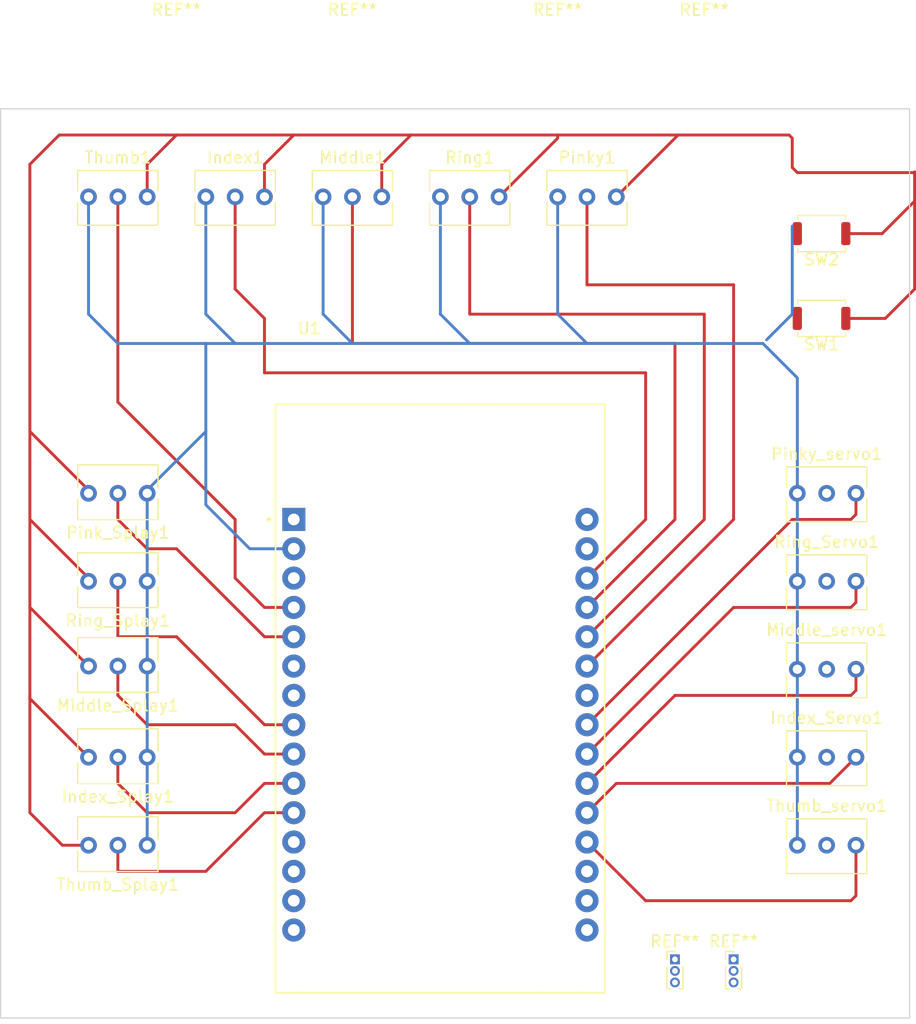
<source format=kicad_pcb>
(kicad_pcb (version 20211014) (generator pcbnew)
  (layers (0 "F.Cu" signal) (31 "B.Cu" signal) (34 "B.Paste" user) (35 "F.Paste" user) (36 "B.SilkS" user "B.Silkscreen") (37 "F.SilkS" user "F.Silkscreen") (38 "B.Mask" user) (39 "F.Mask" user) (44 "Edge.Cuts" user))
  (net 0 "")
  (net 1 "Net-(Index1-Pad1)")
  (net 2 "Net-(Index1-Pad2)")
  (net 3 "GND")
  (net 4 "Net-(Index_Splay1-Pad2)")
  (net 5 "Net-(Index_Servo1-Pad1)")
  (net 6 "Net-(Pinky_servo1-Pad2)")
  (net 7 "Net-(Pinky_servo1-Pad1)")
  (net 8 "Net-(Ring_Servo1-Pad1)")
  (net 9 "Net-(Thumb_servo1-Pad1)")
  (net 10 "Net-(Middle1-Pad2)")
  (net 11 "Net-(Middle_Splay1-Pad2)")
  (net 12 "Net-(Pinky1-Pad2)")
  (net 13 "Net-(Pink_Splay1-Pad2)")
  (net 14 "Net-(Ring1-Pad2)")
  (net 15 "Net-(U1-Pad8)")
  (net 16 "Net-(Thumb1-Pad2)")
  (net 17 "Net-(Thumb_Splay1-Pad2)")
  (net 30 "Net-(U1-Pad21)")
  (footprint "Potentiometer_THT:Potentiometer_Bourns_3266Y_Vertical" (layer "F.Cu") (at 106.68 109.495 180)
    (fp_text reference "Index_Splay1" (at -2.54 -3.41 180) (layer "F.SilkS"))
    (fp_text value "10k Potentiometer")
    (fp_line (start 0.935 0.496) (end 0.935 2.46) (layer "F.SilkS") (width 0.12))
    (fp_line (start 0.935 -2.28) (end 0.935 -0.494) (layer "F.SilkS") (width 0.12))
    (fp_line (start -6.015 -2.28) (end -6.015 -0.494) (layer "F.SilkS") (width 0.12))
    (fp_line (start -6.015 -2.28) (end 0.935 -2.28) (layer "F.SilkS") (width 0.12))
    (fp_line (start -6.015 2.46) (end 0.935 2.46) (layer "F.SilkS") (width 0.12))
    (fp_line (start -6.015 0.496) (end -6.015 2.46) (layer "F.SilkS") (width 0.12))
    (pad "1" thru_hole circle (at 0 0 180) (size 1.44 1.44) (drill 0.8) (layers *.Cu *.Mask) (net 1 "Net-(Index1-Pad1)"))
    (pad "2" thru_hole circle (at -2.54 0 180) (size 1.44 1.44) (drill 0.8) (layers *.Cu *.Mask) (net 4 "Net-(Index_Splay1-Pad2)"))
    (pad "3" thru_hole circle (at -5.08 0 180) (size 1.44 1.44) (drill 0.8) (layers *.Cu *.Mask) (net 3 "GND"))
  )
  (footprint "Potentiometer_THT:Potentiometer_Bourns_3266Y_Vertical" (layer "F.Cu") (at 106.68 94.255 180)
    (fp_text reference "Ring_Splay1" (at -2.54 -3.41) (layer "F.SilkS"))
    (fp_text value "10k Potentiometer")
    (fp_line (start 0.935 -2.28) (end 0.935 -0.494) (layer "F.SilkS") (width 0.12))
    (fp_line (start -6.015 0.496) (end -6.015 2.46) (layer "F.SilkS") (width 0.12))
    (fp_line (start -6.015 2.46) (end 0.935 2.46) (layer "F.SilkS") (width 0.12))
    (fp_line (start -6.015 -2.28) (end 0.935 -2.28) (layer "F.SilkS") (width 0.12))
    (fp_line (start -6.015 -2.28) (end -6.015 -0.494) (layer "F.SilkS") (width 0.12))
    (fp_line (start 0.935 0.496) (end 0.935 2.46) (layer "F.SilkS") (width 0.12))
    (pad "1" thru_hole circle (at 0 0 180) (size 1.44 1.44) (drill 0.8) (layers *.Cu *.Mask) (net 1 "Net-(Index1-Pad1)"))
    (pad "2" thru_hole circle (at -2.54 0 180) (size 1.44 1.44) (drill 0.8) (layers *.Cu *.Mask) (net 15 "Net-(U1-Pad8)"))
    (pad "3" thru_hole circle (at -5.08 0 180) (size 1.44 1.44) (drill 0.8) (layers *.Cu *.Mask) (net 3 "GND"))
  )
  (footprint "Potentiometer_THT:Potentiometer_Bourns_3266Y_Vertical" (layer "F.Cu") (at 173.16 117.115)
    (fp_text reference "Thumb_servo1" (at -2.54 -3.41) (layer "F.SilkS"))
    (fp_text value "Motor_Servo")
    (fp_line (start -6.015 -2.28) (end 0.935 -2.28) (layer "F.SilkS") (width 0.12))
    (fp_line (start -6.015 0.496) (end -6.015 2.46) (layer "F.SilkS") (width 0.12))
    (fp_line (start 0.935 0.496) (end 0.935 2.46) (layer "F.SilkS") (width 0.12))
    (fp_line (start -6.015 -2.28) (end -6.015 -0.494) (layer "F.SilkS") (width 0.12))
    (fp_line (start -6.015 2.46) (end 0.935 2.46) (layer "F.SilkS") (width 0.12))
    (fp_line (start 0.935 -2.28) (end 0.935 -0.494) (layer "F.SilkS") (width 0.12))
    (pad "1" thru_hole circle (at 0 0) (size 1.44 1.44) (drill 0.8) (layers *.Cu *.Mask) (net 9 "Net-(Thumb_servo1-Pad1)"))
    (pad "2" thru_hole circle (at -2.54 0) (size 1.44 1.44) (drill 0.8) (layers *.Cu *.Mask) (net 6 "Net-(Pinky_servo1-Pad2)"))
    (pad "3" thru_hole circle (at -5.08 0) (size 1.44 1.44) (drill 0.8) (layers *.Cu *.Mask) (net 3 "GND"))
  )
  (footprint "MountingHole:MountingHole_2.5mm" (layer "F.Cu") (at 160.02 48.26)
    (fp_text reference "REF**" (at 0 -3.5) (layer "F.SilkS"))
    (fp_text value "MountingHole_2.5mm")
    (pad "" np_thru_hole circle (at 0 0) (size 2.5 2.5) (drill 2.5) (layers *.Cu *.Mask))
  )
  (footprint "Potentiometer_THT:Potentiometer_Bourns_3266Y_Vertical" (layer "F.Cu") (at 173.16 86.635)
    (fp_text reference "Pinky_servo1" (at -2.54 -3.41) (layer "F.SilkS"))
    (fp_text value "Motor_Servo")
    (fp_line (start -6.015 0.496) (end -6.015 2.46) (layer "F.SilkS") (width 0.12))
    (fp_line (start 0.935 0.496) (end 0.935 2.46) (layer "F.SilkS") (width 0.12))
    (fp_line (start -6.015 2.46) (end 0.935 2.46) (layer "F.SilkS") (width 0.12))
    (fp_line (start 0.935 -2.28) (end 0.935 -0.494) (layer "F.SilkS") (width 0.12))
    (fp_line (start -6.015 -2.28) (end 0.935 -2.28) (layer "F.SilkS") (width 0.12))
    (fp_line (start -6.015 -2.28) (end -6.015 -0.494) (layer "F.SilkS") (width 0.12))
    (pad "1" thru_hole circle (at 0 0) (size 1.44 1.44) (drill 0.8) (layers *.Cu *.Mask) (net 7 "Net-(Pinky_servo1-Pad1)"))
    (pad "2" thru_hole circle (at -2.54 0) (size 1.44 1.44) (drill 0.8) (layers *.Cu *.Mask) (net 6 "Net-(Pinky_servo1-Pad2)"))
    (pad "3" thru_hole circle (at -5.08 0) (size 1.44 1.44) (drill 0.8) (layers *.Cu *.Mask) (net 3 "GND"))
  )
  (footprint "MountingHole:MountingHole_2.5mm" (layer "F.Cu") (at 114.3 48.26)
    (fp_text reference "REF**" (at 0 -3.5) (layer "F.SilkS"))
    (fp_text value "MountingHole_2.5mm")
    (pad "" np_thru_hole circle (at 0 0) (size 2.5 2.5) (drill 2.5) (layers *.Cu *.Mask))
  )
  (footprint "Potentiometer_THT:Potentiometer_Bourns_3266Y_Vertical" (layer "F.Cu") (at 152.4 60.96)
    (fp_text reference "Pinky1" (at -2.54 -3.41) (layer "F.SilkS"))
    (fp_text value "10k Potentiometer")
    (fp_line (start -6.015 -2.28) (end 0.935 -2.28) (layer "F.SilkS") (width 0.12))
    (fp_line (start -6.015 2.46) (end 0.935 2.46) (layer "F.SilkS") (width 0.12))
    (fp_line (start 0.935 0.496) (end 0.935 2.46) (layer "F.SilkS") (width 0.12))
    (fp_line (start -6.015 0.496) (end -6.015 2.46) (layer "F.SilkS") (width 0.12))
    (fp_line (start -6.015 -2.28) (end -6.015 -0.494) (layer "F.SilkS") (width 0.12))
    (fp_line (start 0.935 -2.28) (end 0.935 -0.494) (layer "F.SilkS") (width 0.12))
    (pad "1" thru_hole circle (at 0 0) (size 1.44 1.44) (drill 0.8) (layers *.Cu *.Mask) (net 1 "Net-(Index1-Pad1)"))
    (pad "2" thru_hole circle (at -2.54 0) (size 1.44 1.44) (drill 0.8) (layers *.Cu *.Mask) (net 12 "Net-(Pinky1-Pad2)"))
    (pad "3" thru_hole circle (at -5.08 0) (size 1.44 1.44) (drill 0.8) (layers *.Cu *.Mask) (net 3 "GND"))
  )
  (footprint "Potentiometer_THT:Potentiometer_Bourns_3266Y_Vertical" (layer "F.Cu") (at 106.68 101.6 180)
    (fp_text reference "Middle_Splay1" (at -2.54 -3.41) (layer "F.SilkS"))
    (fp_text value "10k Potentiometer")
    (fp_line (start 0.935 0.496) (end 0.935 2.46) (layer "F.SilkS") (width 0.12))
    (fp_line (start -6.015 -2.28) (end 0.935 -2.28) (layer "F.SilkS") (width 0.12))
    (fp_line (start -6.015 0.496) (end -6.015 2.46) (layer "F.SilkS") (width 0.12))
    (fp_line (start -6.015 -2.28) (end -6.015 -0.494) (layer "F.SilkS") (width 0.12))
    (fp_line (start 0.935 -2.28) (end 0.935 -0.494) (layer "F.SilkS") (width 0.12))
    (fp_line (start -6.015 2.46) (end 0.935 2.46) (layer "F.SilkS") (width 0.12))
    (pad "1" thru_hole circle (at 0 0 180) (size 1.44 1.44) (drill 0.8) (layers *.Cu *.Mask) (net 1 "Net-(Index1-Pad1)"))
    (pad "2" thru_hole circle (at -2.54 0 180) (size 1.44 1.44) (drill 0.8) (layers *.Cu *.Mask) (net 11 "Net-(Middle_Splay1-Pad2)"))
    (pad "3" thru_hole circle (at -5.08 0 180) (size 1.44 1.44) (drill 0.8) (layers *.Cu *.Mask) (net 3 "GND"))
  )
  (footprint "Connector_PinHeader_1.00mm:PinHeader_1x03_P1.00mm_Vertical" (layer "F.Cu") (at 162.56 127)
    (fp_text reference "REF**" (at 0 -1.56) (layer "F.SilkS"))
    (fp_text value "PinHeader_1x03_P1.00mm_Vertical")
    (fp_line (start -0.695 2.56) (end -0.394493 2.56) (layer "F.SilkS") (width 0.12))
    (fp_line (start -0.695 -0.685) (end 0 -0.685) (layer "F.SilkS") (width 0.12))
    (fp_line (start 0.394493 2.56) (end 0.695 2.56) (layer "F.SilkS") (width 0.12))
    (fp_line (start 0.695 0.685) (end 0.695 2.56) (layer "F.SilkS") (width 0.12))
    (fp_line (start 0.608276 0.685) (end 0.695 0.685) (layer "F.SilkS") (width 0.12))
    (fp_line (start -0.695 0) (end -0.695 -0.685) (layer "F.SilkS") (width 0.12))
    (fp_line (start -0.695 0.685) (end -0.695 2.56) (layer "F.SilkS") (width 0.12))
    (fp_line (start -0.695 0.685) (end -0.608276 0.685) (layer "F.SilkS") (width 0.12))
    (pad "1" thru_hole rect (at 0 0) (size 0.85 0.85) (drill 0.5) (layers *.Cu *.Mask))
    (pad "2" thru_hole oval (at 0 1) (size 0.85 0.85) (drill 0.5) (layers *.Cu *.Mask))
    (pad "3" thru_hole oval (at 0 2) (size 0.85 0.85) (drill 0.5) (layers *.Cu *.Mask))
  )
  (footprint "Potentiometer_THT:Potentiometer_Bourns_3266Y_Vertical" (layer "F.Cu") (at 173.16 109.495)
    (fp_text reference "Index_Servo1" (at -2.54 -3.41) (layer "F.SilkS"))
    (fp_text value "Motor_Servo")
    (fp_line (start -6.015 -2.28) (end -6.015 -0.494) (layer "F.SilkS") (width 0.12))
    (fp_line (start -6.015 0.496) (end -6.015 2.46) (layer "F.SilkS") (width 0.12))
    (fp_line (start -6.015 -2.28) (end 0.935 -2.28) (layer "F.SilkS") (width 0.12))
    (fp_line (start 0.935 -2.28) (end 0.935 -0.494) (layer "F.SilkS") (width 0.12))
    (fp_line (start 0.935 0.496) (end 0.935 2.46) (layer "F.SilkS") (width 0.12))
    (fp_line (start -6.015 2.46) (end 0.935 2.46) (layer "F.SilkS") (width 0.12))
    (pad "1" thru_hole circle (at 0 0) (size 1.44 1.44) (drill 0.8) (layers *.Cu *.Mask) (net 5 "Net-(Index_Servo1-Pad1)"))
    (pad "2" thru_hole circle (at -2.54 0) (size 1.44 1.44) (drill 0.8) (layers *.Cu *.Mask) (net 6 "Net-(Pinky_servo1-Pad2)"))
    (pad "3" thru_hole circle (at -5.08 0) (size 1.44 1.44) (drill 0.8) (layers *.Cu *.Mask) (net 3 "GND"))
  )
  (footprint "Potentiometer_THT:Potentiometer_Bourns_3266Y_Vertical" (layer "F.Cu") (at 173.16 101.875)
    (fp_text reference "Middle_servo1" (at -2.54 -3.41) (layer "F.SilkS"))
    (fp_text value "Motor_Servo")
    (fp_line (start 0.935 0.496) (end 0.935 2.46) (layer "F.SilkS") (width 0.12))
    (fp_line (start -6.015 -2.28) (end -6.015 -0.494) (layer "F.SilkS") (width 0.12))
    (fp_line (start 0.935 -2.28) (end 0.935 -0.494) (layer "F.SilkS") (width 0.12))
    (fp_line (start -6.015 -2.28) (end 0.935 -2.28) (layer "F.SilkS") (width 0.12))
    (fp_line (start -6.015 0.496) (end -6.015 2.46) (layer "F.SilkS") (width 0.12))
    (fp_line (start -6.015 2.46) (end 0.935 2.46) (layer "F.SilkS") (width 0.12))
    (pad "1" thru_hole circle (at 0 0) (size 1.44 1.44) (drill 0.8) (layers *.Cu *.Mask) (net 30 "Net-(U1-Pad21)"))
    (pad "2" thru_hole circle (at -2.54 0) (size 1.44 1.44) (drill 0.8) (layers *.Cu *.Mask) (net 6 "Net-(Pinky_servo1-Pad2)"))
    (pad "3" thru_hole circle (at -5.08 0) (size 1.44 1.44) (drill 0.8) (layers *.Cu *.Mask) (net 3 "GND"))
  )
  (footprint "MountingHole:MountingHole_2.5mm" (layer "F.Cu") (at 147.32 48.26)
    (fp_text reference "REF**" (at 0 -3.5) (layer "F.SilkS"))
    (fp_text value "MountingHole_2.5mm")
    (pad "" np_thru_hole circle (at 0 0) (size 2.5 2.5) (drill 2.5) (layers *.Cu *.Mask))
  )
  (footprint "Button_Switch_SMD:SW_Push_SPST_NO_Alps_SKRK" (layer "F.Cu") (at 170.18 64.145 180)
    (fp_text reference "SW2" (at 0 -2.25) (layer "F.SilkS"))
    (fp_text value "SW_Push")
    (fp_line (start 2.07 -1.57) (end 2.07 -1.27) (layer "F.SilkS") (width 0.12))
    (fp_line (start 2.07 1.27) (end 2.07 1.57) (layer "F.SilkS") (width 0.12))
    (fp_line (start -2.07 -1.57) (end 2.07 -1.57) (layer "F.SilkS") (width 0.12))
    (fp_line (start 2.07 1.57) (end -2.07 1.57) (layer "F.SilkS") (width 0.12))
    (fp_line (start -2.07 1.57) (end -2.07 1.27) (layer "F.SilkS") (width 0.12))
    (fp_line (start -2.07 -1.27) (end -2.07 -1.57) (layer "F.SilkS") (width 0.12))
    (pad "1" smd roundrect (at -2.1 0 180) (size 0.8 2) (layers "F.Cu" "F.Paste" "F.Mask") (net 1 "Net-(Index1-Pad1)"))
    (pad "2" smd roundrect (at 2.1 0 180) (size 0.8 2) (layers "F.Cu" "F.Paste" "F.Mask") (net 3 "GND"))
  )
  (footprint "Potentiometer_THT:Potentiometer_Bourns_3266Y_Vertical" (layer "F.Cu") (at 132.08 60.96)
    (fp_text reference "Middle1" (at -2.54 -3.41) (layer "F.SilkS"))
    (fp_text value "10k Potentiometer")
    (fp_line (start 0.935 -2.28) (end 0.935 -0.494) (layer "F.SilkS") (width 0.12))
    (fp_line (start -6.015 2.46) (end 0.935 2.46) (layer "F.SilkS") (width 0.12))
    (fp_line (start -6.015 -2.28) (end -6.015 -0.494) (layer "F.SilkS") (width 0.12))
    (fp_line (start -6.015 -2.28) (end 0.935 -2.28) (layer "F.SilkS") (width 0.12))
    (fp_line (start -6.015 0.496) (end -6.015 2.46) (layer "F.SilkS") (width 0.12))
    (fp_line (start 0.935 0.496) (end 0.935 2.46) (layer "F.SilkS") (width 0.12))
    (pad "1" thru_hole circle (at 0 0) (size 1.44 1.44) (drill 0.8) (layers *.Cu *.Mask) (net 1 "Net-(Index1-Pad1)"))
    (pad "2" thru_hole circle (at -2.54 0) (size 1.44 1.44) (drill 0.8) (layers *.Cu *.Mask) (net 10 "Net-(Middle1-Pad2)"))
    (pad "3" thru_hole circle (at -5.08 0) (size 1.44 1.44) (drill 0.8) (layers *.Cu *.Mask) (net 3 "GND"))
  )
  (footprint "Connector_PinHeader_1.00mm:PinHeader_1x03_P1.00mm_Vertical" (layer "F.Cu") (at 157.48 127)
    (fp_text reference "REF**" (at 0 -1.56) (layer "F.SilkS"))
    (fp_text value "PinHeader_1x03_P1.00mm_Vertical")
    (fp_line (start -0.695 0) (end -0.695 -0.685) (layer "F.SilkS") (width 0.12))
    (fp_line (start -0.695 2.56) (end -0.394493 2.56) (layer "F.SilkS") (width 0.12))
    (fp_line (start 0.608276 0.685) (end 0.695 0.685) (layer "F.SilkS") (width 0.12))
    (fp_line (start 0.695 0.685) (end 0.695 2.56) (layer "F.SilkS") (width 0.12))
    (fp_line (start -0.695 0.685) (end -0.608276 0.685) (layer "F.SilkS") (width 0.12))
    (fp_line (start 0.394493 2.56) (end 0.695 2.56) (layer "F.SilkS") (width 0.12))
    (fp_line (start -0.695 0.685) (end -0.695 2.56) (layer "F.SilkS") (width 0.12))
    (fp_line (start -0.695 -0.685) (end 0 -0.685) (layer "F.SilkS") (width 0.12))
    (pad "1" thru_hole rect (at 0 0) (size 0.85 0.85) (drill 0.5) (layers *.Cu *.Mask))
    (pad "2" thru_hole oval (at 0 1) (size 0.85 0.85) (drill 0.5) (layers *.Cu *.Mask))
    (pad "3" thru_hole oval (at 0 2) (size 0.85 0.85) (drill 0.5) (layers *.Cu *.Mask))
  )
  (footprint "Potentiometer_THT:Potentiometer_Bourns_3266Y_Vertical" (layer "F.Cu") (at 106.68 117.115 180)
    (fp_text reference "Thumb_Splay1" (at -2.54 -3.41) (layer "F.SilkS"))
    (fp_text value "10k Potentiometer")
    (fp_line (start -6.015 -2.28) (end 0.935 -2.28) (layer "F.SilkS") (width 0.12))
    (fp_line (start 0.935 -2.28) (end 0.935 -0.494) (layer "F.SilkS") (width 0.12))
    (fp_line (start -6.015 -2.28) (end -6.015 -0.494) (layer "F.SilkS") (width 0.12))
    (fp_line (start -6.015 0.496) (end -6.015 2.46) (layer "F.SilkS") (width 0.12))
    (fp_line (start -6.015 2.46) (end 0.935 2.46) (layer "F.SilkS") (width 0.12))
    (fp_line (start 0.935 0.496) (end 0.935 2.46) (layer "F.SilkS") (width 0.12))
    (pad "1" thru_hole circle (at 0 0 180) (size 1.44 1.44) (drill 0.8) (layers *.Cu *.Mask) (net 1 "Net-(Index1-Pad1)"))
    (pad "2" thru_hole circle (at -2.54 0 180) (size 1.44 1.44) (drill 0.8) (layers *.Cu *.Mask) (net 17 "Net-(Thumb_Splay1-Pad2)"))
    (pad "3" thru_hole circle (at -5.08 0 180) (size 1.44 1.44) (drill 0.8) (layers *.Cu *.Mask) (net 3 "GND"))
  )
  (footprint "MountingHole:MountingHole_2.5mm" (layer "F.Cu") (at 129.54 48.26)
    (fp_text reference "REF**" (at 0 -3.5) (layer "F.SilkS"))
    (fp_text value "MountingHole_2.5mm")
    (pad "" np_thru_hole circle (at 0 0) (size 2.5 2.5) (drill 2.5) (layers *.Cu *.Mask))
  )
  (footprint "ESP32-DEVKIT-V1:MODULE_ESP32_DEVKIT_V1" (layer "F.Cu") (at 137.16 104.415)
    (fp_text reference "U1" (at -11.355 -32.07) (layer "F.SilkS"))
    (fp_text value "ESP32-DEVKIT-V1")
    (fp_line (start 14.23 -25.475) (end 14.23 25.475) (layer "F.SilkS") (width 0.127))
    (fp_line (start -3.211 -25.475) (end 3.5 -25.475) (layer "F.SilkS") (width 0.127))
    (fp_line (start 8.78 25.475) (end 14.23 25.475) (layer "F.SilkS") (width 0.127))
    (fp_line (start -8.91 25.475) (end 8.78 25.475) (layer "F.SilkS") (width 0.127))
    (fp_line (start -14.28 25.475) (end -8.91 25.475) (layer "F.SilkS") (width 0.127))
    (fp_line (start 14.23 25.475) (end -14.28 25.475) (layer "F.SilkS") (width 0.127))
    (fp_line (start -14.28 -25.475) (end -3.211 -25.475) (layer "F.SilkS") (width 0.127))
    (fp_line (start -14.28 -25.475) (end 14.23 -25.475) (layer "F.SilkS") (width 0.127))
    (fp_line (start -14.28 25.475) (end -14.28 -25.475) (layer "F.SilkS") (width 0.127))
    (fp_line (start 14.23 -25.475) (end 14.23 25.475) (layer "F.SilkS") (width 0.127))
    (fp_line (start 3.5 -25.475) (end 14.23 -25.475) (layer "F.SilkS") (width 0.127))
    (fp_line (start -14.28 25.475) (end -14.28 -25.475) (layer "F.SilkS") (width 0.127))
    (fp_circle (center -14.85 -15.515) (end -14.75 -15.515) (layer "F.SilkS") (width 0.2) (fill none))
    (pad "" np_thru_hole circle (at -12.28 -23.475) (size 3 3) (drill 3) (layers *.Cu *.Mask))
    (pad "" np_thru_hole circle (at 12.23 23.475) (size 3 3) (drill 3) (layers *.Cu *.Mask))
    (pad "" np_thru_hole circle (at 12.23 -23.475) (size 3 3) (drill 3) (layers *.Cu *.Mask))
    (pad "" np_thru_hole circle (at -12.28 23.475) (size 3 3) (drill 3) (layers *.Cu *.Mask))
    (pad "1" thru_hole rect (at -12.7 -15.515) (size 2 2) (drill 1.02) (layers *.Cu *.Mask))
    (pad "2" thru_hole circle (at -12.7 -12.975) (size 2 2) (drill 1.02) (layers *.Cu *.Mask) (net 3 "GND"))
    (pad "3" thru_hole circle (at -12.7 -10.435) (size 2 2) (drill 1.02) (layers *.Cu *.Mask))
    (pad "4" thru_hole circle (at -12.7 -7.895) (size 2 2) (drill 1.02) (layers *.Cu *.Mask) (net 16 "Net-(Thumb1-Pad2)"))
    (pad "5" thru_hole circle (at -12.7 -5.355) (size 2 2) (drill 1.02) (layers *.Cu *.Mask) (net 13 "Net-(Pink_Splay1-Pad2)"))
    (pad "6" thru_hole circle (at -12.7 -2.815) (size 2 2) (drill 1.02) (layers *.Cu *.Mask))
    (pad "7" thru_hole circle (at -12.7 -0.275) (size 2 2) (drill 1.02) (layers *.Cu *.Mask))
    (pad "8" thru_hole circle (at -12.7 2.265) (size 2 2) (drill 1.02) (layers *.Cu *.Mask) (net 15 "Net-(U1-Pad8)"))
    (pad "9" thru_hole circle (at -12.7 4.805) (size 2 2) (drill 1.02) (layers *.Cu *.Mask) (net 11 "Net-(Middle_Splay1-Pad2)"))
    (pad "10" thru_hole circle (at -12.7 7.345) (size 2 2) (drill 1.02) (layers *.Cu *.Mask) (net 4 "Net-(Index_Splay1-Pad2)"))
    (pad "11" thru_hole circle (at -12.7 9.885) (size 2 2) (drill 1.02) (layers *.Cu *.Mask) (net 17 "Net-(Thumb_Splay1-Pad2)"))
    (pad "12" thru_hole circle (at -12.7 12.425) (size 2 2) (drill 1.02) (layers *.Cu *.Mask))
    (pad "13" thru_hole circle (at -12.7 14.965) (size 2 2) (drill 1.02) (layers *.Cu *.Mask))
    (pad "14" thru_hole circle (at -12.7 17.505) (size 2 2) (drill 1.02) (layers *.Cu *.Mask))
    (pad "15" thru_hole circle (at -12.7 20.045) (size 2 2) (drill 1.02) (layers *.Cu *.Mask))
    (pad "16" thru_hole circle (at 12.7 20.045) (size 2 2) (drill 1.02) (layers *.Cu *.Mask))
    (pad "17" thru_hole circle (at 12.7 17.505) (size 2 2) (drill 1.02) (layers *.Cu *.Mask))
    (pad "18" thru_hole circle (at 12.7 14.965) (size 2 2) (drill 1.02) (layers *.Cu *.Mask))
    (pad "19" thru_hole circle (at 12.7 12.425) (size 2 2) (drill 1.02) (layers *.Cu *.Mask) (net 9 "Net-(Thumb_servo1-Pad1)"))
    (pad "20" thru_hole circle (at 12.7 9.885) (size 2 2) (drill 1.02) (layers *.Cu *.Mask) (net 5 "Net-(Index_Servo1-Pad1)"))
    (pad "21" thru_hole circle (at 12.7 7.345) (size 2 2) (drill 1.02) (layers *.Cu *.Mask) (net 30 "Net-(U1-Pad21)"))
    (pad "22" thru_hole circle (at 12.7 4.805) (size 2 2) (drill 1.02) (layers *.Cu *.Mask) (net 8 "Net-(Ring_Servo1-Pad1)"))
    (pad "23" thru_hole circle (at 12.7 2.265) (size 2 2) (drill 1.02) (layers *.Cu *.Mask) (net 7 "Net-(Pinky_servo1-Pad1)"))
    (pad "24" thru_hole circle (at 12.7 -0.275) (size 2 2) (drill 1.02) (layers *.Cu *.Mask))
    (pad "25" thru_hole circle (at 12.7 -2.815) (size 2 2) (drill 1.02) (layers *.Cu *.Mask) (net 12 "Net-(Pinky1-Pad2)"))
    (pad "26" thru_hole circle (at 12.7 -5.355) (size 2 2) (drill 1.02) (layers *.Cu *.Mask) (net 14 "Net-(Ring1-Pad2)"))
    (pad "27" thru_hole circle (at 12.7 -7.895) (size 2 2) (drill 1.02) (layers *.Cu *.Mask) (net 10 "Net-(Middle1-Pad2)"))
    (pad "28" thru_hole circle (at 12.7 -10.435) (size 2 2) (drill 1.02) (layers *.Cu *.Mask) (net 2 "Net-(Index1-Pad2)"))
    (pad "29" thru_hole circle (at 12.7 -12.975) (size 2 2) (drill 1.02) (layers *.Cu *.Mask) (net 3 "GND"))
    (pad "30" thru_hole circle (at 12.7 -15.515) (size 2 2) (drill 1.02) (layers *.Cu *.Mask) (net 1 "Net-(Index1-Pad1)"))
  )
  (footprint "Potentiometer_THT:Potentiometer_Bourns_3266Y_Vertical" (layer "F.Cu") (at 111.76 60.96)
    (fp_text reference "Thumb1" (at -2.54 -3.41) (layer "F.SilkS"))
    (fp_text value "10k Potentiometer")
    (fp_line (start -6.015 2.46) (end 0.935 2.46) (layer "F.SilkS") (width 0.12))
    (fp_line (start -6.015 -2.28) (end -6.015 -0.494) (layer "F.SilkS") (width 0.12))
    (fp_line (start 0.935 -2.28) (end 0.935 -0.494) (layer "F.SilkS") (width 0.12))
    (fp_line (start -6.015 0.496) (end -6.015 2.46) (layer "F.SilkS") (width 0.12))
    (fp_line (start -6.015 -2.28) (end 0.935 -2.28) (layer "F.SilkS") (width 0.12))
    (fp_line (start 0.935 0.496) (end 0.935 2.46) (layer "F.SilkS") (width 0.12))
    (pad "1" thru_hole circle (at 0 0) (size 1.44 1.44) (drill 0.8) (layers *.Cu *.Mask) (net 1 "Net-(Index1-Pad1)"))
    (pad "2" thru_hole circle (at -2.54 0) (size 1.44 1.44) (drill 0.8) (layers *.Cu *.Mask) (net 16 "Net-(Thumb1-Pad2)"))
    (pad "3" thru_hole circle (at -5.08 0) (size 1.44 1.44) (drill 0.8) (layers *.Cu *.Mask) (net 3 "GND"))
  )
  (footprint "Potentiometer_THT:Potentiometer_Bourns_3266Y_Vertical" (layer "F.Cu") (at 142.24 60.96)
    (fp_text reference "Ring1" (at -2.54 -3.41) (layer "F.SilkS"))
    (fp_text value "10k Potentiometer")
    (fp_line (start -6.015 2.46) (end 0.935 2.46) (layer "F.SilkS") (width 0.12))
    (fp_line (start -6.015 0.496) (end -6.015 2.46) (layer "F.SilkS") (width 0.12))
    (fp_line (start 0.935 0.496) (end 0.935 2.46) (layer "F.SilkS") (width 0.12))
    (fp_line (start -6.015 -2.28) (end -6.015 -0.494) (layer "F.SilkS") (width 0.12))
    (fp_line (start -6.015 -2.28) (end 0.935 -2.28) (layer "F.SilkS") (width 0.12))
    (fp_line (start 0.935 -2.28) (end 0.935 -0.494) (layer "F.SilkS") (width 0.12))
    (pad "1" thru_hole circle (at 0 0) (size 1.44 1.44) (drill 0.8) (layers *.Cu *.Mask) (net 1 "Net-(Index1-Pad1)"))
    (pad "2" thru_hole circle (at -2.54 0) (size 1.44 1.44) (drill 0.8) (layers *.Cu *.Mask) (net 14 "Net-(Ring1-Pad2)"))
    (pad "3" thru_hole circle (at -5.08 0) (size 1.44 1.44) (drill 0.8) (layers *.Cu *.Mask) (net 3 "GND"))
  )
  (footprint "Button_Switch_SMD:SW_Push_SPST_NO_Alps_SKRK" (layer "F.Cu") (at 170.18 71.49 180)
    (fp_text reference "SW1" (at 0 -2.25) (layer "F.SilkS"))
    (fp_text value "SW_Push")
    (fp_line (start -2.07 -1.27) (end -2.07 -1.57) (layer "F.SilkS") (width 0.12))
    (fp_line (start -2.07 -1.57) (end 2.07 -1.57) (layer "F.SilkS") (width 0.12))
    (fp_line (start -2.07 1.57) (end -2.07 1.27) (layer "F.SilkS") (width 0.12))
    (fp_line (start 2.07 1.57) (end -2.07 1.57) (layer "F.SilkS") (width 0.12))
    (fp_line (start 2.07 1.27) (end 2.07 1.57) (layer "F.SilkS") (width 0.12))
    (fp_line (start 2.07 -1.57) (end 2.07 -1.27) (layer "F.SilkS") (width 0.12))
    (pad "1" smd roundrect (at -2.1 0 180) (size 0.8 2) (layers "F.Cu" "F.Paste" "F.Mask") (net 1 "Net-(Index1-Pad1)"))
    (pad "2" smd roundrect (at 2.1 0 180) (size 0.8 2) (layers "F.Cu" "F.Paste" "F.Mask") (net 3 "GND"))
  )
  (footprint "Potentiometer_THT:Potentiometer_Bourns_3266Y_Vertical" (layer "F.Cu") (at 106.68 86.635 180)
    (fp_text reference "Pink_Splay1" (at -2.54 -3.41) (layer "F.SilkS"))
    (fp_text value "10k Potentiometer")
    (fp_line (start -6.015 2.46) (end 0.935 2.46) (layer "F.SilkS") (width 0.12))
    (fp_line (start -6.015 -2.28) (end -6.015 -0.494) (layer "F.SilkS") (width 0.12))
    (fp_line (start -6.015 0.496) (end -6.015 2.46) (layer "F.SilkS") (width 0.12))
    (fp_line (start -6.015 -2.28) (end 0.935 -2.28) (layer "F.SilkS") (width 0.12))
    (fp_line (start 0.935 0.496) (end 0.935 2.46) (layer "F.SilkS") (width 0.12))
    (fp_line (start 0.935 -2.28) (end 0.935 -0.494) (layer "F.SilkS") (width 0.12))
    (pad "1" thru_hole circle (at 0 0 180) (size 1.44 1.44) (drill 0.8) (layers *.Cu *.Mask) (net 1 "Net-(Index1-Pad1)"))
    (pad "2" thru_hole circle (at -2.54 0 180) (size 1.44 1.44) (drill 0.8) (layers *.Cu *.Mask) (net 13 "Net-(Pink_Splay1-Pad2)"))
    (pad "3" thru_hole circle (at -5.08 0 180) (size 1.44 1.44) (drill 0.8) (layers *.Cu *.Mask) (net 3 "GND"))
  )
  (footprint "Potentiometer_THT:Potentiometer_Bourns_3266Y_Vertical" (layer "F.Cu") (at 173.16 94.255)
    (fp_text reference "Ring_Servo1" (at -2.54 -3.41) (layer "F.SilkS"))
    (fp_text value "Motor_Servo")
    (fp_line (start -6.015 -2.28) (end 0.935 -2.28) (layer "F.SilkS") (width 0.12))
    (fp_line (start -6.015 0.496) (end -6.015 2.46) (layer "F.SilkS") (width 0.12))
    (fp_line (start 0.935 -2.28) (end 0.935 -0.494) (layer "F.SilkS") (width 0.12))
    (fp_line (start -6.015 -2.28) (end -6.015 -0.494) (layer "F.SilkS") (width 0.12))
    (fp_line (start -6.015 2.46) (end 0.935 2.46) (layer "F.SilkS") (width 0.12))
    (fp_line (start 0.935 0.496) (end 0.935 2.46) (layer "F.SilkS") (width 0.12))
    (pad "1" thru_hole circle (at 0 0) (size 1.44 1.44) (drill 0.8) (layers *.Cu *.Mask) (net 8 "Net-(Ring_Servo1-Pad1)"))
    (pad "2" thru_hole circle (at -2.54 0) (size 1.44 1.44) (drill 0.8) (layers *.Cu *.Mask) (net 6 "Net-(Pinky_servo1-Pad2)"))
    (pad "3" thru_hole circle (at -5.08 0) (size 1.44 1.44) (drill 0.8) (layers *.Cu *.Mask) (net 3 "GND"))
  )
  (footprint "Potentiometer_THT:Potentiometer_Bourns_3266Y_Vertical" (layer "F.Cu") (at 121.92 60.96)
    (fp_text reference "Index1" (at -2.54 -3.41) (layer "F.SilkS"))
    (fp_text value "10k Potentiometer")
    (fp_line (start 0.935 -2.28) (end 0.935 -0.494) (layer "F.SilkS") (width 0.12))
    (fp_line (start 0.935 0.496) (end 0.935 2.46) (layer "F.SilkS") (width 0.12))
    (fp_line (start -6.015 -2.28) (end -6.015 -0.494) (layer "F.SilkS") (width 0.12))
    (fp_line (start -6.015 -2.28) (end 0.935 -2.28) (layer "F.SilkS") (width 0.12))
    (fp_line (start -6.015 0.496) (end -6.015 2.46) (layer "F.SilkS") (width 0.12))
    (fp_line (start -6.015 2.46) (end 0.935 2.46) (layer "F.SilkS") (width 0.12))
    (pad "1" thru_hole circle (at 0 0) (size 1.44 1.44) (drill 0.8) (layers *.Cu *.Mask) (net 1 "Net-(Index1-Pad1)"))
    (pad "2" thru_hole circle (at -2.54 0) (size 1.44 1.44) (drill 0.8) (layers *.Cu *.Mask) (net 2 "Net-(Index1-Pad2)"))
    (pad "3" thru_hole circle (at -5.08 0) (size 1.44 1.44) (drill 0.8) (layers *.Cu *.Mask) (net 3 "GND"))
  )
  (gr_poly (pts (xy 177.8 132.08) (xy 99.06 132.08) (xy 99.06 53.34) (xy 177.8 53.34)) (layer "Edge.Cuts") (width 0.1) (fill none))
  (segment (start 167.64 71.12) (end 165.418198 73.341802) (width 0.25) (layer "B.Cu") (net 0))
  (segment (start 167.64 63.5) (end 167.64 71.12) (width 0.25) (layer "B.Cu") (net 0))
  (segment (start 106.68 101.6) (end 101.6 96.52) (width 0.25) (layer "F.Cu") (net 1))
  (segment (start 167.64 55.88) (end 167.64 58.42) (width 0.25) (layer "F.Cu") (net 1))
  (segment (start 101.6 114.3) (end 104.415 117.115) (width 0.25) (layer "F.Cu") (net 1))
  (segment (start 178.24 58.79) (end 178.24 58.86) (width 0.25) (layer "F.Cu") (net 1))
  (segment (start 114.3 55.605) (end 111.76 58.145) (width 0.25) (layer "F.Cu") (net 1))
  (segment (start 178.24 58.86) (end 178.24 68.95) (width 0.25) (layer "F.Cu") (net 1))
  (segment (start 167.64 58.42) (end 168.08 58.86) (width 0.25) (layer "F.Cu") (net 1))
  (segment (start 101.6 96.52) (end 101.6 114.3) (width 0.25) (layer "F.Cu") (net 1))
  (segment (start 106.68 86.36) (end 106.68 86.635) (width 0.25) (layer "F.Cu") (net 1))
  (segment (start 132.08 58.145) (end 132.08 60.96) (width 0.25) (layer "F.Cu") (net 1))
  (segment (start 152.4 60.96) (end 157.755 55.605) (width 0.25) (layer "F.Cu") (net 1))
  (segment (start 121.92 58.145) (end 121.92 60.96) (width 0.25) (layer "F.Cu") (net 1))
  (segment (start 124.46 55.605) (end 121.92 58.145) (width 0.25) (layer "F.Cu") (net 1))
  (segment (start 175.7 71.49) (end 178.24 68.95) (width 0.25) (layer "F.Cu") (net 1))
  (segment (start 168.08 58.86) (end 178.24 58.86) (width 0.25) (layer "F.Cu") (net 1))
  (segment (start 147.32 55.88) (end 142.24 60.96) (width 0.25) (layer "F.Cu") (net 1))
  (segment (start 147.32 55.605) (end 157.755 55.605) (width 0.25) (layer "F.Cu") (net 1))
  (segment (start 114.3 55.605) (end 104.14 55.605) (width 0.25) (layer "F.Cu") (net 1))
  (segment (start 101.6 81.28) (end 106.68 86.36) (width 0.25) (layer "F.Cu") (net 1))
  (segment (start 101.6 58.145) (end 101.6 96.52) (width 0.25) (layer "F.Cu") (net 1))
  (segment (start 104.14 55.605) (end 101.6 58.145) (width 0.25) (layer "F.Cu") (net 1))
  (segment (start 167.365 55.605) (end 167.64 55.88) (width 0.25) (layer "F.Cu") (net 1))
  (segment (start 111.76 58.145) (end 111.76 60.96) (width 0.25) (layer "F.Cu") (net 1))
  (segment (start 172.72 64.145) (end 175.425 64.145) (width 0.25) (layer "F.Cu") (net 1))
  (segment (start 124.46 55.605) (end 114.3 55.605) (width 0.25) (layer "F.Cu") (net 1))
  (segment (start 134.62 55.605) (end 132.08 58.145) (width 0.25) (layer "F.Cu") (net 1))
  (segment (start 172.72 71.49) (end 175.7 71.49) (width 0.25) (layer "F.Cu") (net 1))
  (segment (start 157.755 55.605) (end 167.365 55.605) (width 0.25) (layer "F.Cu") (net 1))
  (segment (start 104.415 117.115) (end 106.68 117.115) (width 0.25) (layer "F.Cu") (net 1))
  (segment (start 152.4 60.96) (end 152.4 60.685) (width 0.25) (layer "F.Cu") (net 1))
  (segment (start 106.68 93.98) (end 101.6 88.9) (width 0.25) (layer "F.Cu") (net 1))
  (segment (start 147.32 55.605) (end 134.62 55.605) (width 0.25) (layer "F.Cu") (net 1))
  (segment (start 106.68 109.495) (end 101.6 104.415) (width 0.25) (layer "F.Cu") (net 1))
  (segment (start 101.6 104.415) (end 101.6 104.14) (width 0.25) (layer "F.Cu") (net 1))
  (segment (start 147.32 55.605) (end 147.32 55.88) (width 0.25) (layer "F.Cu") (net 1))
  (segment (start 175.425 64.145) (end 178.24 61.33) (width 0.25) (layer "F.Cu") (net 1))
  (segment (start 106.68 94.255) (end 106.68 93.98) (width 0.25) (layer "F.Cu") (net 1))
  (segment (start 134.62 55.605) (end 124.46 55.605) (width 0.25) (layer "F.Cu") (net 1))
  (segment (start 154.94 88.9) (end 149.86 93.98) (width 0.25) (layer "F.Cu") (net 2))
  (segment (start 121.92 71.49) (end 121.92 76.2) (width 0.25) (layer "F.Cu") (net 2))
  (segment (start 119.38 68.95) (end 121.92 71.49) (width 0.25) (layer "F.Cu") (net 2))
  (segment (start 121.92 76.2) (end 154.94 76.2) (width 0.25) (layer "F.Cu") (net 2))
  (segment (start 154.94 76.2) (end 154.94 88.9) (width 0.25) (layer "F.Cu") (net 2))
  (segment (start 119.38 60.96) (end 119.38 68.95) (width 0.25) (layer "F.Cu") (net 2))
  (segment (start 149.86 73.66) (end 165.1 73.66) (width 0.25) (layer "B.Cu") (net 3))
  (segment (start 165.1 73.66) (end 168.08 76.64) (width 0.25) (layer "B.Cu") (net 3))
  (segment (start 116.84 71.12) (end 119.38 73.66) (width 0.25) (layer "B.Cu") (net 3))
  (segment (start 111.76 94.255) (end 111.76 101.6) (width 0.25) (layer "B.Cu") (net 3))
  (segment (start 119.38 73.66) (end 116.84 73.66) (width 0.25) (layer "B.Cu") (net 3))
  (segment (start 111.76 86.36) (end 111.76 86.635) (width 0.25) (layer "B.Cu") (net 3))
  (segment (start 116.84 73.66) (end 116.84 81.28) (width 0.25) (layer "B.Cu") (net 3))
  (segment (start 168.08 76.64) (end 168.08 86.635) (width 0.25) (layer "B.Cu") (net 3))
  (segment (start 111.76 101.6) (end 111.76 109.495) (width 0.25) (layer "B.Cu") (net 3))
  (segment (start 120.65 91.44) (end 124.46 91.44) (width 0.25) (layer "B.Cu") (net 3))
  (segment (start 149.86 73.66) (end 139.7 73.66) (width 0.25) (layer "B.Cu") (net 3))
  (segment (start 147.32 60.96) (end 147.32 71.12) (width 0.25) (layer "B.Cu") (net 3))
  (segment (start 168.08 86.635) (end 168.08 94.255) (width 0.25) (layer "B.Cu") (net 3))
  (segment (start 127 71.12) (end 129.54 73.66) (width 0.25) (layer "B.Cu") (net 3))
  (segment (start 116.84 87.63) (end 120.65 91.44) (width 0.25) (layer "B.Cu") (net 3))
  (segment (start 111.76 109.495) (end 111.76 117.115) (width 0.25) (layer "B.Cu") (net 3))
  (segment (start 147.32 71.12) (end 149.86 73.66) (width 0.25) (layer "B.Cu") (net 3))
  (segment (start 116.84 60.96) (end 116.84 71.12) (width 0.25) (layer "B.Cu") (net 3))
  (segment (start 109.22 73.66) (end 116.84 73.66) (width 0.25) (layer "B.Cu") (net 3))
  (segment (start 111.76 86.635) (end 111.76 94.255) (width 0.25) (layer "B.Cu") (net 3))
  (segment (start 127 60.96) (end 127 71.12) (width 0.25) (layer "B.Cu") (net 3))
  (segment (start 129.54 73.66) (end 119.38 73.66) (width 0.25) (layer "B.Cu") (net 3))
  (segment (start 116.84 81.28) (end 116.84 87.63) (width 0.25) (layer "B.Cu") (net 3))
  (segment (start 137.16 71.12) (end 139.7 73.66) (width 0.25) (layer "B.Cu") (net 3))
  (segment (start 116.84 81.28) (end 111.76 86.36) (width 0.25) (layer "B.Cu") (net 3))
  (segment (start 106.68 71.12) (end 109.22 73.66) (width 0.25) (layer "B.Cu") (net 3))
  (segment (start 106.68 60.96) (end 106.68 71.12) (width 0.25) (layer "B.Cu") (net 3))
  (segment (start 168.08 94.255) (end 168.08 117.115) (width 0.25) (layer "B.Cu") (net 3))
  (segment (start 137.16 60.96) (end 137.16 71.12) (width 0.25) (layer "B.Cu") (net 3))
  (segment (start 139.7 73.66) (end 129.54 73.66) (width 0.25) (layer "B.Cu") (net 3))
  (segment (start 109.22 111.76) (end 111.76 114.3) (width 0.25) (layer "F.Cu") (net 4))
  (segment (start 119.38 114.3) (end 121.92 111.76) (width 0.25) (layer "F.Cu") (net 4))
  (segment (start 121.92 111.76) (end 124.46 111.76) (width 0.25) (layer "F.Cu") (net 4))
  (segment (start 109.22 109.495) (end 109.22 111.76) (width 0.25) (layer "F.Cu") (net 4))
  (segment (start 111.76 114.3) (end 119.38 114.3) (width 0.25) (layer "F.Cu") (net 4))
  (segment (start 173.16 109.495) (end 170.895 111.76) (width 0.25) (layer "F.Cu") (net 5))
  (segment (start 152.4 111.76) (end 149.86 114.3) (width 0.25) (layer "F.Cu") (net 5))
  (segment (start 170.895 111.76) (end 152.4 111.76) (width 0.25) (layer "F.Cu") (net 5))
  (segment (start 173.16 86.635) (end 173.16 88.46) (width 0.25) (layer "F.Cu") (net 7))
  (segment (start 173.16 88.46) (end 172.72 88.9) (width 0.25) (layer "F.Cu") (net 7))
  (segment (start 167.64 88.9) (end 149.86 106.68) (width 0.25) (layer "F.Cu") (net 7))
  (segment (start 172.72 88.9) (end 167.64 88.9) (width 0.25) (layer "F.Cu") (net 7))
  (segment (start 173.16 96.08) (end 172.72 96.52) (width 0.25) (layer "F.Cu") (net 8))
  (segment (start 173.16 94.255) (end 173.16 96.08) (width 0.25) (layer "F.Cu") (net 8))
  (segment (start 172.72 96.52) (end 162.56 96.52) (width 0.25) (layer "F.Cu") (net 8))
  (segment (start 162.56 96.52) (end 149.86 109.22) (width 0.25) (layer "F.Cu") (net 8))
  (segment (start 173.16 121.48) (end 172.72 121.92) (width 0.25) (layer "F.Cu") (net 9))
  (segment (start 172.72 121.92) (end 154.94 121.92) (width 0.25) (layer "F.Cu") (net 9))
  (segment (start 173.16 117.115) (end 173.16 121.48) (width 0.25) (layer "F.Cu") (net 9))
  (segment (start 154.94 121.92) (end 149.86 116.84) (width 0.25) (layer "F.Cu") (net 9))
  (segment (start 157.48 73.66) (end 157.48 88.9) (width 0.25) (layer "F.Cu") (net 10))
  (segment (start 129.54 73.66) (end 157.48 73.66) (width 0.25) (layer "F.Cu") (net 10))
  (segment (start 157.48 88.9) (end 149.86 96.52) (width 0.25) (layer "F.Cu") (net 10))
  (segment (start 129.54 60.96) (end 129.54 73.66) (width 0.25) (layer "F.Cu") (net 10))
  (segment (start 109.22 101.6) (end 109.22 104.14) (width 0.25) (layer "F.Cu") (net 11))
  (segment (start 121.92 109.22) (end 124.46 109.22) (width 0.25) (layer "F.Cu") (net 11))
  (segment (start 111.76 106.68) (end 119.38 106.68) (width 0.25) (layer "F.Cu") (net 11))
  (segment (start 119.38 106.68) (end 121.92 109.22) (width 0.25) (layer "F.Cu") (net 11))
  (segment (start 109.22 104.14) (end 111.76 106.68) (width 0.25) (layer "F.Cu") (net 11))
  (segment (start 149.86 68.58) (end 162.56 68.58) (width 0.25) (layer "F.Cu") (net 12))
  (segment (start 162.56 88.9) (end 149.86 101.6) (width 0.25) (layer "F.Cu") (net 12))
  (segment (start 149.86 60.96) (end 149.86 68.58) (width 0.25) (layer "F.Cu") (net 12))
  (segment (start 162.56 68.58) (end 162.56 88.9) (width 0.25) (layer "F.Cu") (net 12))
  (segment (start 114.3 91.44) (end 121.92 99.06) (width 0.25) (layer "F.Cu") (net 13))
  (segment (start 109.22 88.9) (end 111.76 91.44) (width 0.25) (layer "F.Cu") (net 13))
  (segment (start 109.22 86.635) (end 109.22 88.9) (width 0.25) (layer "F.Cu") (net 13))
  (segment (start 111.76 91.44) (end 114.3 91.44) (width 0.25) (layer "F.Cu") (net 13))
  (segment (start 121.92 99.06) (end 124.46 99.06) (width 0.25) (layer "F.Cu") (net 13))
  (segment (start 139.7 71.12) (end 160.02 71.12) (width 0.25) (layer "F.Cu") (net 14))
  (segment (start 160.02 71.12) (end 160.02 88.9) (width 0.25) (layer "F.Cu") (net 14))
  (segment (start 160.02 88.9) (end 149.86 99.06) (width 0.25) (layer "F.Cu") (net 14))
  (segment (start 139.7 60.96) (end 139.7 71.12) (width 0.25) (layer "F.Cu") (net 14))
  (segment (start 109.22 99.06) (end 114.3 99.06) (width 0.25) (layer "F.Cu") (net 15))
  (segment (start 109.22 94.255) (end 109.22 99.06) (width 0.25) (layer "F.Cu") (net 15))
  (segment (start 121.92 106.68) (end 124.46 106.68) (width 0.25) (layer "F.Cu") (net 15))
  (segment (start 114.3 99.06) (end 121.92 106.68) (width 0.25) (layer "F.Cu") (net 15))
  (segment (start 109.22 78.74) (end 119.38 88.9) (width 0.25) (layer "F.Cu") (net 16))
  (segment (start 119.38 88.9) (end 119.38 93.98) (width 0.25) (layer "F.Cu") (net 16))
  (segment (start 119.38 93.98) (end 121.92 96.52) (width 0.25) (layer "F.Cu") (net 16))
  (segment (start 121.92 96.52) (end 124.46 96.52) (width 0.25) (layer "F.Cu") (net 16))
  (segment (start 109.22 60.96) (end 109.22 78.74) (width 0.25) (layer "F.Cu") (net 16))
  (segment (start 124.46 114.3) (end 121.92 114.3) (width 0.25) (layer "F.Cu") (net 17))
  (segment (start 116.84 119.38) (end 109.22 119.38) (width 0.25) (layer "F.Cu") (net 17))
  (segment (start 121.92 114.3) (end 116.84 119.38) (width 0.25) (layer "F.Cu") (net 17))
  (segment (start 109.22 119.38) (end 109.22 117.115) (width 0.25) (layer "F.Cu") (net 17))
  (segment (start 157.48 104.14) (end 149.86 111.76) (width 0.25) (layer "F.Cu") (net 30))
  (segment (start 173.16 103.7) (end 172.72 104.14) (width 0.25) (layer "F.Cu") (net 30))
  (segment (start 172.72 104.14) (end 157.48 104.14) (width 0.25) (layer "F.Cu") (net 30))
  (segment (start 173.16 101.875) (end 173.16 103.7) (width 0.25) (layer "F.Cu") (net 30))
)
</source>
